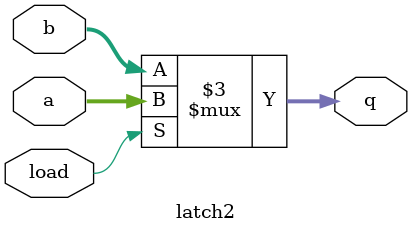
<source format=v>
module latch2(load, a, b,q);
  input load;
  input[1:0] a,b ;
  output[1:0] q;

  reg[1:0] q;
  always @(load or a or b)
    begin
      if (load)
        q = a;
      else
        q = b;
    end
endmodule

</source>
